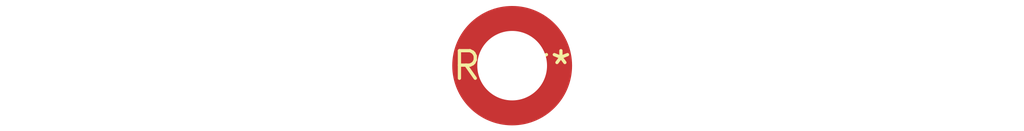
<source format=kicad_pcb>
(kicad_pcb (version 20240108) (generator pcbnew)
  (layers (0 "F.Cu" signal) (31 "B.Cu" signal) (34 "B.Paste" user) (35 "F.Paste" user) (36 "B.SilkS" user "B.Silkscreen") (37 "F.SilkS" user "F.Silkscreen") (38 "B.Mask" user) (39 "F.Mask" user) (44 "Edge.Cuts" user))
  (net 0 "")
  (footprint "MountingHole_3.2mm_M3_ISO14580_Pad_TopOnly" (layer "F.Cu") (at 0 0)
    (property "Reference" "REF**")
    (property "Value" "MountingHole_3.2mm_M3_ISO14580_Pad_TopOnly")
    (pad "1" thru_hole circle (at 0 0) (size 3.6 3.6) (drill 3.2) (layers *.Cu *.Mask) (remove_unused_layers))
    (pad "1" connect circle (at 0 0) (size 5.5 5.5) (layers "F.Cu" "F.Mask"))
  )
)
</source>
